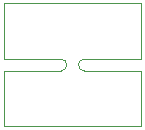
<source format=gbr>
G04 #@! TF.GenerationSoftware,KiCad,Pcbnew,(5.1.5-0-10_14)*
G04 #@! TF.CreationDate,2020-08-02T20:33:51-07:00*
G04 #@! TF.ProjectId,Nose_PCB_panel,4e6f7365-5f50-4434-925f-70616e656c2e,rev?*
G04 #@! TF.SameCoordinates,Original*
G04 #@! TF.FileFunction,Profile,NP*
%FSLAX46Y46*%
G04 Gerber Fmt 4.6, Leading zero omitted, Abs format (unit mm)*
G04 Created by KiCad (PCBNEW (5.1.5-0-10_14)) date 2020-08-02 20:33:51*
%MOMM*%
%LPD*%
G04 APERTURE LIST*
%ADD10C,0.100000*%
G04 APERTURE END LIST*
D10*
X139000000Y-73200000D02*
G75*
G02X139000000Y-72200000I0J500000D01*
G01*
X143800000Y-72200000D02*
X139000000Y-72200000D01*
X139000000Y-73200000D02*
X143800000Y-73200000D01*
X137000000Y-72200000D02*
G75*
G02X137000000Y-73200000I0J-500000D01*
G01*
X137000000Y-72200000D02*
X132200000Y-72200000D01*
X132200000Y-72200000D02*
X132200000Y-67500000D01*
X132200000Y-67500000D02*
X143800000Y-67500000D01*
X143800000Y-67500000D02*
X143800000Y-72200000D01*
X143800000Y-73200000D02*
X143800000Y-77900000D01*
X132200000Y-73200000D02*
X137000000Y-73200000D01*
X132200000Y-77900000D02*
X132200000Y-73200000D01*
X143800000Y-77900000D02*
X132200000Y-77900000D01*
M02*

</source>
